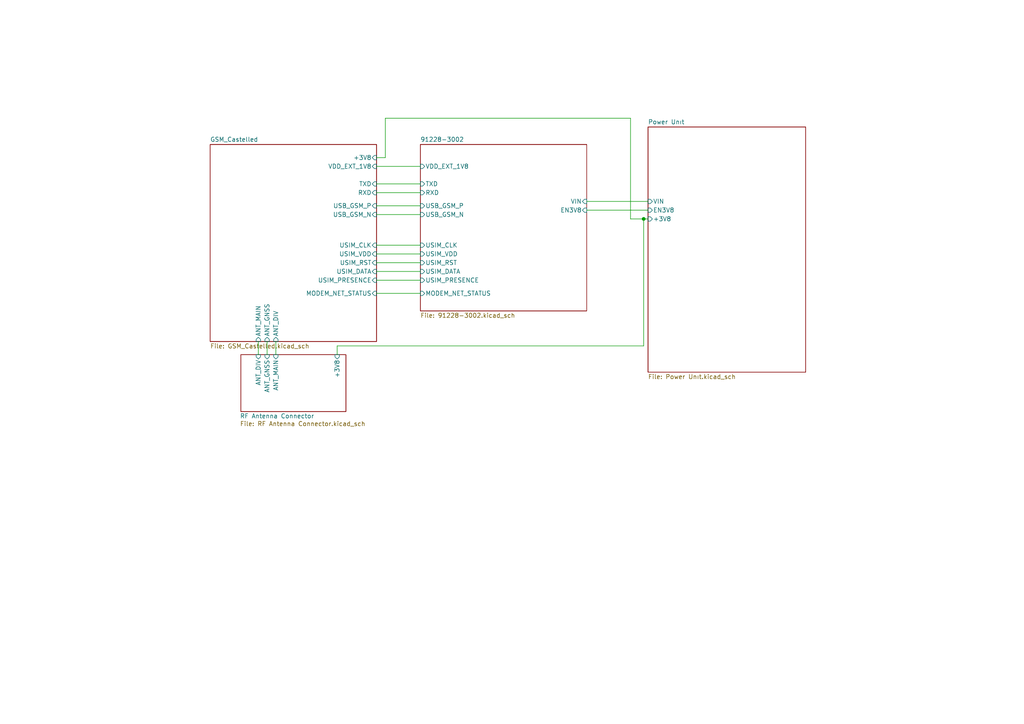
<source format=kicad_sch>
(kicad_sch
	(version 20231120)
	(generator "eeschema")
	(generator_version "7.99")
	(uuid "1dffc71e-ee91-4009-9042-6ddccb6334fc")
	(paper "A4")
	(lib_symbols)
	(junction
		(at 186.69 63.5)
		(diameter 0)
		(color 0 0 0 0)
		(uuid "97431ebd-d6db-4833-b91f-1af494687bf4")
	)
	(wire
		(pts
			(xy 111.76 34.29) (xy 182.88 34.29)
		)
		(stroke
			(width 0)
			(type default)
		)
		(uuid "039b7373-5f44-4d87-9795-1a82fe7d606e")
	)
	(wire
		(pts
			(xy 109.22 71.12) (xy 121.92 71.12)
		)
		(stroke
			(width 0)
			(type default)
		)
		(uuid "159e1296-2622-45a3-bed8-0303bf1dcf07")
	)
	(wire
		(pts
			(xy 109.22 73.66) (xy 121.92 73.66)
		)
		(stroke
			(width 0)
			(type default)
		)
		(uuid "17f81504-013b-49e3-a0e2-0ba27ecb1eed")
	)
	(wire
		(pts
			(xy 109.22 53.34) (xy 121.92 53.34)
		)
		(stroke
			(width 0)
			(type default)
		)
		(uuid "18afd295-dd44-4c2e-a19b-240f23bb54ff")
	)
	(wire
		(pts
			(xy 109.22 62.23) (xy 121.92 62.23)
		)
		(stroke
			(width 0)
			(type default)
		)
		(uuid "23a6c96d-3553-4440-9ab0-7253f0166f41")
	)
	(wire
		(pts
			(xy 109.22 55.88) (xy 121.92 55.88)
		)
		(stroke
			(width 0)
			(type default)
		)
		(uuid "284987fd-d59d-4f9e-b6bc-5f57becdeb52")
	)
	(wire
		(pts
			(xy 111.76 45.72) (xy 111.76 34.29)
		)
		(stroke
			(width 0)
			(type default)
		)
		(uuid "2fbdf41a-1864-4910-9a75-175c1136abca")
	)
	(wire
		(pts
			(xy 186.69 63.5) (xy 187.96 63.5)
		)
		(stroke
			(width 0)
			(type default)
		)
		(uuid "31428206-e059-4d12-ad43-153ed069969e")
	)
	(wire
		(pts
			(xy 109.22 76.2) (xy 121.92 76.2)
		)
		(stroke
			(width 0)
			(type default)
		)
		(uuid "34131cce-8efd-4f03-b69c-116b12ee0a62")
	)
	(wire
		(pts
			(xy 109.22 48.26) (xy 121.92 48.26)
		)
		(stroke
			(width 0)
			(type default)
		)
		(uuid "65340e22-8bdf-4ef7-8177-f29b46086c4b")
	)
	(wire
		(pts
			(xy 109.22 59.69) (xy 121.92 59.69)
		)
		(stroke
			(width 0)
			(type default)
		)
		(uuid "7169de35-4c19-40e5-8716-7edb0d9f4581")
	)
	(wire
		(pts
			(xy 77.47 99.06) (xy 77.47 102.87)
		)
		(stroke
			(width 0)
			(type default)
		)
		(uuid "74f6dfaa-bbac-4545-927d-ae0a24e0199d")
	)
	(wire
		(pts
			(xy 109.22 78.74) (xy 121.92 78.74)
		)
		(stroke
			(width 0)
			(type default)
		)
		(uuid "8cb48187-84b9-4dee-8e0d-5fb61c284bdb")
	)
	(wire
		(pts
			(xy 170.18 60.96) (xy 187.96 60.96)
		)
		(stroke
			(width 0)
			(type default)
		)
		(uuid "92405bee-a3ea-47aa-8be6-925ed2e84f97")
	)
	(wire
		(pts
			(xy 97.79 102.87) (xy 97.79 100.33)
		)
		(stroke
			(width 0)
			(type default)
		)
		(uuid "993d4b0e-1644-4ff3-a362-aa310da5bc60")
	)
	(wire
		(pts
			(xy 109.22 81.28) (xy 121.92 81.28)
		)
		(stroke
			(width 0)
			(type default)
		)
		(uuid "9a4d6e45-55c3-4c57-9e29-443652a188af")
	)
	(wire
		(pts
			(xy 80.01 99.06) (xy 80.01 102.87)
		)
		(stroke
			(width 0)
			(type default)
		)
		(uuid "af9d0c2c-810d-4d50-866a-a69bad0e6871")
	)
	(wire
		(pts
			(xy 109.22 45.72) (xy 111.76 45.72)
		)
		(stroke
			(width 0)
			(type default)
		)
		(uuid "c9f64c8d-842d-4a00-bc27-1e9927f05627")
	)
	(wire
		(pts
			(xy 97.79 100.33) (xy 186.69 100.33)
		)
		(stroke
			(width 0)
			(type default)
		)
		(uuid "ce50700b-4c12-4bcd-b41c-846756f101ee")
	)
	(wire
		(pts
			(xy 170.18 58.42) (xy 187.96 58.42)
		)
		(stroke
			(width 0)
			(type default)
		)
		(uuid "dd332ebd-a635-483a-bead-1e3c69fdff30")
	)
	(wire
		(pts
			(xy 182.88 34.29) (xy 182.88 63.5)
		)
		(stroke
			(width 0)
			(type default)
		)
		(uuid "e1f0e29b-72bc-4a96-9d84-e4a257b82c17")
	)
	(wire
		(pts
			(xy 182.88 63.5) (xy 186.69 63.5)
		)
		(stroke
			(width 0)
			(type default)
		)
		(uuid "e52dd2e1-1aaf-44a8-8fae-ce2fa7192098")
	)
	(wire
		(pts
			(xy 186.69 100.33) (xy 186.69 63.5)
		)
		(stroke
			(width 0)
			(type default)
		)
		(uuid "f9009563-5416-4e63-b7b1-2226853e0ac8")
	)
	(wire
		(pts
			(xy 109.22 85.09) (xy 121.92 85.09)
		)
		(stroke
			(width 0)
			(type default)
		)
		(uuid "f977349f-d327-413b-8b47-80f0d300b6c7")
	)
	(wire
		(pts
			(xy 74.93 99.06) (xy 74.93 102.87)
		)
		(stroke
			(width 0)
			(type default)
		)
		(uuid "fbfe2b21-6e8c-4aa4-9c96-f368f266f6a0")
	)
	(sheet
		(at 60.96 41.91)
		(size 48.26 57.15)
		(fields_autoplaced yes)
		(stroke
			(width 0.1524)
			(type solid)
		)
		(fill
			(color 0 0 0 0.0000)
		)
		(uuid "16cd9863-2543-4654-a360-08e979dcb936")
		(property "Sheetname" "GSM_Castelled"
			(at 60.96 41.1984 0)
			(effects
				(font
					(size 1.27 1.27)
				)
				(justify left bottom)
			)
		)
		(property "Sheetfile" "GSM_Castelled.kicad_sch"
			(at 60.96 99.6446 0)
			(effects
				(font
					(size 1.27 1.27)
				)
				(justify left top)
			)
		)
		(pin "+3V8" input
			(at 109.22 45.72 0)
			(effects
				(font
					(size 1.27 1.27)
				)
				(justify right)
			)
			(uuid "c1624f09-f21d-4766-84c2-e411e42f9d0b")
		)
		(pin "TXD" input
			(at 109.22 53.34 0)
			(effects
				(font
					(size 1.27 1.27)
				)
				(justify right)
			)
			(uuid "1e7ccc65-9970-43ff-961c-65739681b7ea")
		)
		(pin "RXD" input
			(at 109.22 55.88 0)
			(effects
				(font
					(size 1.27 1.27)
				)
				(justify right)
			)
			(uuid "a89f10af-7a7a-4f17-8b3e-4bbc1da45e21")
		)
		(pin "ANT_GNSS" input
			(at 77.47 99.06 270)
			(effects
				(font
					(size 1.27 1.27)
				)
				(justify left)
			)
			(uuid "1b999b6d-512c-4a25-8ef4-0a04524af43f")
		)
		(pin "ANT_MAIN" input
			(at 74.93 99.06 270)
			(effects
				(font
					(size 1.27 1.27)
				)
				(justify left)
			)
			(uuid "ce0c29d5-c5b1-4e1c-9fa4-4e72c05b546e")
		)
		(pin "USB_GSM_P" input
			(at 109.22 59.69 0)
			(effects
				(font
					(size 1.27 1.27)
				)
				(justify right)
			)
			(uuid "c7d6aebd-23db-4ff2-a45a-b4d697a54455")
		)
		(pin "USB_GSM_N" input
			(at 109.22 62.23 0)
			(effects
				(font
					(size 1.27 1.27)
				)
				(justify right)
			)
			(uuid "f6462560-4964-4171-9e0a-3664d32e328d")
		)
		(pin "ANT_DIV" input
			(at 80.01 99.06 270)
			(effects
				(font
					(size 1.27 1.27)
				)
				(justify left)
			)
			(uuid "ad834ec2-aff7-40f0-a544-8f02bbaab469")
		)
		(pin "USIM_PRESENCE" input
			(at 109.22 81.28 0)
			(effects
				(font
					(size 1.27 1.27)
				)
				(justify right)
			)
			(uuid "dc14408d-8f48-4209-b149-4ffa0bb8d5c6")
		)
		(pin "USIM_VDD" input
			(at 109.22 73.66 0)
			(effects
				(font
					(size 1.27 1.27)
				)
				(justify right)
			)
			(uuid "e523ee2c-db5b-40ff-a142-cac24f7b908b")
		)
		(pin "USIM_RST" input
			(at 109.22 76.2 0)
			(effects
				(font
					(size 1.27 1.27)
				)
				(justify right)
			)
			(uuid "e77f7333-1e84-4e55-a248-b42b789d7a7d")
		)
		(pin "USIM_DATA" input
			(at 109.22 78.74 0)
			(effects
				(font
					(size 1.27 1.27)
				)
				(justify right)
			)
			(uuid "8fd024b2-69fd-4a2b-9343-c94afdfe9cc2")
		)
		(pin "VDD_EXT_1V8" input
			(at 109.22 48.26 0)
			(effects
				(font
					(size 1.27 1.27)
				)
				(justify right)
			)
			(uuid "fab41cc4-e78f-42f2-a9bc-26fd8cccd3d1")
		)
		(pin "USIM_CLK" input
			(at 109.22 71.12 0)
			(effects
				(font
					(size 1.27 1.27)
				)
				(justify right)
			)
			(uuid "91164fa6-90af-4cf4-8634-1aaf2205bfa3")
		)
		(pin "MODEM_NET_STATUS" input
			(at 109.22 85.09 0)
			(effects
				(font
					(size 1.27 1.27)
				)
				(justify right)
			)
			(uuid "f9eae667-9b28-4dd6-8ef8-2804330919d3")
		)
		(instances
			(project "GSM_PCBSMAFRAHT"
				(path "/1dffc71e-ee91-4009-9042-6ddccb6334fc"
					(page "2")
				)
			)
		)
	)
	(sheet
		(at 121.92 41.91)
		(size 48.26 48.26)
		(fields_autoplaced yes)
		(stroke
			(width 0.1524)
			(type solid)
		)
		(fill
			(color 0 0 0 0.0000)
		)
		(uuid "2ebce6b1-6547-4c82-903e-b236d340d552")
		(property "Sheetname" "91228-3002"
			(at 121.92 41.1984 0)
			(effects
				(font
					(size 1.27 1.27)
				)
				(justify left bottom)
			)
		)
		(property "Sheetfile" "91228-3002.kicad_sch"
			(at 121.92 90.7546 0)
			(effects
				(font
					(size 1.27 1.27)
				)
				(justify left top)
			)
		)
		(pin "USIM_CLK" input
			(at 121.92 71.12 180)
			(effects
				(font
					(size 1.27 1.27)
				)
				(justify left)
			)
			(uuid "09bff271-ad12-46c3-9e2f-06015f663c35")
		)
		(pin "USIM_DATA" input
			(at 121.92 78.74 180)
			(effects
				(font
					(size 1.27 1.27)
				)
				(justify left)
			)
			(uuid "b6a35684-54c8-4562-ac91-11d41b54e741")
		)
		(pin "USIM_RST" input
			(at 121.92 76.2 180)
			(effects
				(font
					(size 1.27 1.27)
				)
				(justify left)
			)
			(uuid "e1d12ec5-79fe-4376-ad3d-3b907a1c18cc")
		)
		(pin "USIM_VDD" input
			(at 121.92 73.66 180)
			(effects
				(font
					(size 1.27 1.27)
				)
				(justify left)
			)
			(uuid "713f7388-2470-4e0e-b3e4-c0f5d688080e")
		)
		(pin "VDD_EXT_1V8" input
			(at 121.92 48.26 180)
			(effects
				(font
					(size 1.27 1.27)
				)
				(justify left)
			)
			(uuid "14932dc3-46df-4fdd-8379-68133fb055e1")
		)
		(pin "USIM_PRESENCE" input
			(at 121.92 81.28 180)
			(effects
				(font
					(size 1.27 1.27)
				)
				(justify left)
			)
			(uuid "9ef28c6f-668e-41f2-adba-c00ed17361d4")
		)
		(pin "VIN" input
			(at 170.18 58.42 0)
			(effects
				(font
					(size 1.27 1.27)
				)
				(justify right)
			)
			(uuid "d9ac99c6-75fe-48b2-b65f-c8bac2bb12d6")
		)
		(pin "TXD" input
			(at 121.92 53.34 180)
			(effects
				(font
					(size 1.27 1.27)
				)
				(justify left)
			)
			(uuid "d0161eb8-e12a-4a16-8d3c-c94b06493541")
		)
		(pin "RXD" input
			(at 121.92 55.88 180)
			(effects
				(font
					(size 1.27 1.27)
				)
				(justify left)
			)
			(uuid "1dd3e736-f35c-439c-8b57-555a38deec14")
		)
		(pin "MODEM_NET_STATUS" input
			(at 121.92 85.09 180)
			(effects
				(font
					(size 1.27 1.27)
				)
				(justify left)
			)
			(uuid "da984537-57d2-4e46-aa39-9e6de488b1a5")
		)
		(pin "USB_GSM_P" input
			(at 121.92 59.69 180)
			(effects
				(font
					(size 1.27 1.27)
				)
				(justify left)
			)
			(uuid "7119dacf-0025-4a2d-a9e8-9fd4ce5b5693")
		)
		(pin "EN3V8" input
			(at 170.18 60.96 0)
			(effects
				(font
					(size 1.27 1.27)
				)
				(justify right)
			)
			(uuid "ae33da45-fe87-4d51-8d68-979dc75ca18a")
		)
		(pin "USB_GSM_N" input
			(at 121.92 62.23 180)
			(effects
				(font
					(size 1.27 1.27)
				)
				(justify left)
			)
			(uuid "9f13e81d-c1be-49c0-9219-c4e336667677")
		)
		(instances
			(project "GSM_PCBSMAFRAHT"
				(path "/1dffc71e-ee91-4009-9042-6ddccb6334fc"
					(page "3")
				)
			)
		)
	)
	(sheet
		(at 187.96 36.83)
		(size 45.72 71.12)
		(fields_autoplaced yes)
		(stroke
			(width 0.1524)
			(type solid)
		)
		(fill
			(color 0 0 0 0.0000)
		)
		(uuid "51287b52-7941-4899-94cd-44b5b01db2d4")
		(property "Sheetname" "Power Unıt"
			(at 187.96 36.1184 0)
			(effects
				(font
					(size 1.27 1.27)
				)
				(justify left bottom)
			)
		)
		(property "Sheetfile" "Power Unıt.kicad_sch"
			(at 187.96 108.5346 0)
			(effects
				(font
					(size 1.27 1.27)
				)
				(justify left top)
			)
		)
		(pin "VIN" input
			(at 187.96 58.42 180)
			(effects
				(font
					(size 1.27 1.27)
				)
				(justify left)
			)
			(uuid "81d214c0-6497-4c34-a3eb-943d99258fe4")
		)
		(pin "EN3V8" input
			(at 187.96 60.96 180)
			(effects
				(font
					(size 1.27 1.27)
				)
				(justify left)
			)
			(uuid "3e03a6e6-a8c5-4d84-b020-35414dc9050e")
		)
		(pin "+3V8" input
			(at 187.96 63.5 180)
			(effects
				(font
					(size 1.27 1.27)
				)
				(justify left)
			)
			(uuid "190c7763-e966-49b2-973d-830ca2e42969")
		)
		(instances
			(project "GSM_PCBSMAFRAHT"
				(path "/1dffc71e-ee91-4009-9042-6ddccb6334fc"
					(page "4")
				)
			)
		)
	)
	(sheet
		(at 69.85 102.87)
		(size 30.48 16.51)
		(stroke
			(width 0.1524)
			(type solid)
		)
		(fill
			(color 0 0 0 0.0000)
		)
		(uuid "a6d26704-6cae-4e7f-85b4-05976466e479")
		(property "Sheetname" "RF Antenna Connector"
			(at 69.596 121.412 0)
			(effects
				(font
					(size 1.27 1.27)
				)
				(justify left bottom)
			)
		)
		(property "Sheetfile" "RF Antenna Connector.kicad_sch"
			(at 69.596 122.174 0)
			(effects
				(font
					(size 1.27 1.27)
				)
				(justify left top)
			)
		)
		(pin "ANT_DIV" input
			(at 74.93 102.87 90)
			(effects
				(font
					(size 1.27 1.27)
				)
				(justify right)
			)
			(uuid "92e97f2f-2578-4e1a-b532-ea097c7ff396")
		)
		(pin "ANT_MAIN" input
			(at 80.01 102.87 90)
			(effects
				(font
					(size 1.27 1.27)
				)
				(justify right)
			)
			(uuid "e9adf31e-2f28-42e9-b639-96afd12fbfd5")
		)
		(pin "+3V8" input
			(at 97.79 102.87 90)
			(effects
				(font
					(size 1.27 1.27)
				)
				(justify right)
			)
			(uuid "fd6cbd9d-c8be-4c6d-aba5-1235ea3c9c6e")
		)
		(pin "ANT_GNSS" input
			(at 77.47 102.87 90)
			(effects
				(font
					(size 1.27 1.27)
				)
				(justify right)
			)
			(uuid "8939ca8b-4871-412b-8d02-0bf6c8c3870b")
		)
		(instances
			(project "GSM_PCBSMAFRAHT"
				(path "/1dffc71e-ee91-4009-9042-6ddccb6334fc"
					(page "5")
				)
			)
		)
	)
	(sheet_instances
		(path "/"
			(page "1")
		)
	)
)
</source>
